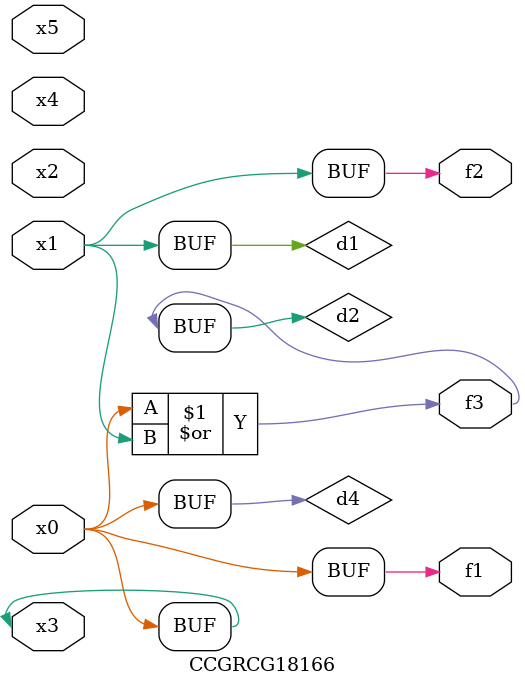
<source format=v>
module CCGRCG18166(
	input x0, x1, x2, x3, x4, x5,
	output f1, f2, f3
);

	wire d1, d2, d3, d4;

	and (d1, x1);
	or (d2, x0, x1);
	nand (d3, x0, x5);
	buf (d4, x0, x3);
	assign f1 = d4;
	assign f2 = d1;
	assign f3 = d2;
endmodule

</source>
